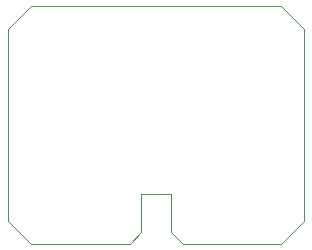
<source format=gbr>
%TF.GenerationSoftware,KiCad,Pcbnew,9.0.0*%
%TF.CreationDate,2025-03-11T10:13:07-07:00*%
%TF.ProjectId,360LPNeckfromBodyWithPinHeaders,3336304c-504e-4656-936b-66726f6d426f,rev?*%
%TF.SameCoordinates,Original*%
%TF.FileFunction,Profile,NP*%
%FSLAX46Y46*%
G04 Gerber Fmt 4.6, Leading zero omitted, Abs format (unit mm)*
G04 Created by KiCad (PCBNEW 9.0.0) date 2025-03-11 10:13:07*
%MOMM*%
%LPD*%
G01*
G04 APERTURE LIST*
%TA.AperFunction,Profile*%
%ADD10C,0.050000*%
%TD*%
G04 APERTURE END LIST*
D10*
X20000000Y-37155456D02*
X21950000Y-39100000D01*
X34800000Y-39100000D02*
X33800000Y-38100000D01*
X31300000Y-34850000D02*
X31300000Y-38125000D01*
X45100000Y-37150000D02*
X45100000Y-20950000D01*
X43150000Y-19000000D02*
X45094544Y-20944544D01*
X21950000Y-39100000D02*
X30322703Y-39100000D01*
X30322703Y-39100000D02*
X31300000Y-38125000D01*
X45100000Y-37150000D02*
X43150000Y-39100000D01*
X31300000Y-34850000D02*
X33800000Y-34850000D01*
X34800000Y-39100000D02*
X43150000Y-39100000D01*
X20000000Y-20950000D02*
X20000000Y-37155456D01*
X33800000Y-38100000D02*
X33800000Y-34850000D01*
X21944544Y-19005456D02*
X20000000Y-20950000D01*
X43150000Y-19000000D02*
X21950000Y-19000000D01*
M02*

</source>
